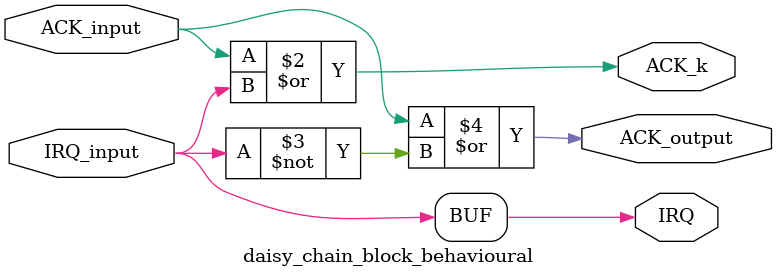
<source format=v>
`timescale 1ns/100ps

module daisy_chain_block_behavioural(IRQ,ACK_output,ACK_k,ACK_input,IRQ_input);
	input wire ACK_input,	IRQ_input;
	output reg IRQ,		ACK_output,	ACK_k;
	
	always @ (ACK_input or IRQ_input)
		begin
			IRQ = IRQ_input;
			ACK_k = ACK_input | IRQ_input;
			ACK_output = ACK_input | (~ IRQ_input);
		end
endmodule

</source>
